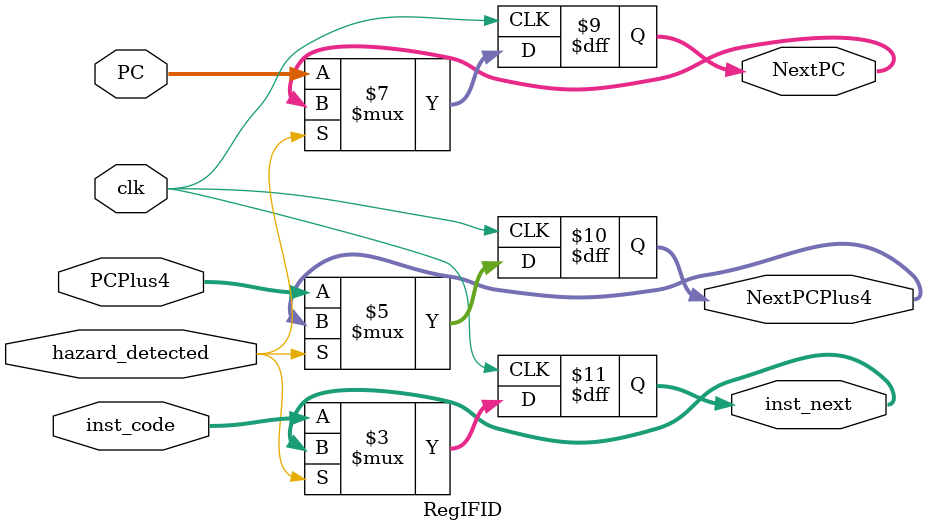
<source format=sv>
`timescale 1ns / 1ps
module RegIFID #(
		parameter PC_W = 9, // Program Counter
		parameter INS_W = 32 // Instruction Width
		)(
		input logic hazard_detected, clk,
		input logic [PC_W-1:0] PC, PCPlus4,
		input logic [INS_W-1:0] inst_code,
		
		output logic [PC_W-1:0] NextPC, NextPCPlus4,
		output logic [INS_W-1:0] inst_next
		);

	always@(posedge clk) 
	begin
		if (hazard_detected == 0) begin	
			NextPC <= PC;
			NextPCPlus4 <= PCPlus4;
			inst_next<=inst_code;
		end
	end
endmodule

</source>
